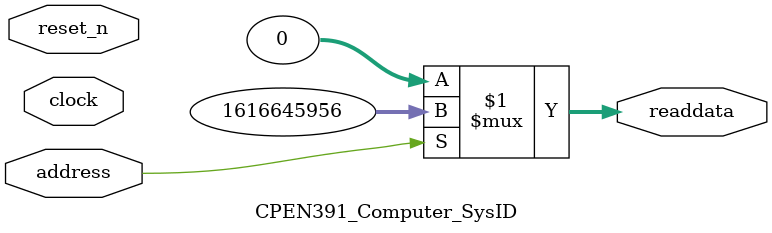
<source format=v>



// synthesis translate_off
`timescale 1ns / 1ps
// synthesis translate_on

// turn off superfluous verilog processor warnings 
// altera message_level Level1 
// altera message_off 10034 10035 10036 10037 10230 10240 10030 

module CPEN391_Computer_SysID (
               // inputs:
                address,
                clock,
                reset_n,

               // outputs:
                readdata
             )
;

  output  [ 31: 0] readdata;
  input            address;
  input            clock;
  input            reset_n;

  wire    [ 31: 0] readdata;
  //control_slave, which is an e_avalon_slave
  assign readdata = address ? 1616645956 : 0;

endmodule



</source>
